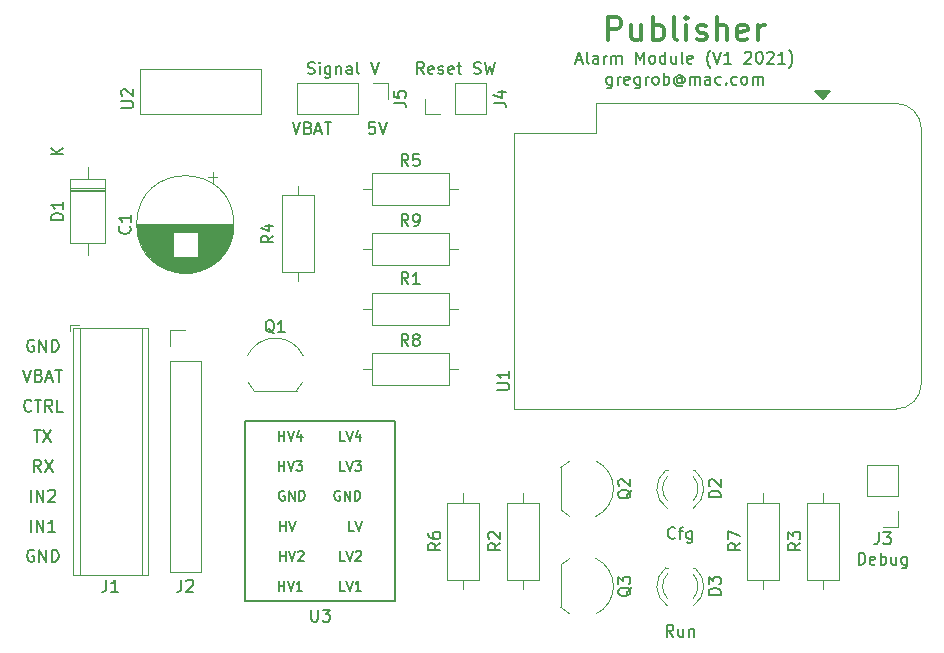
<source format=gto>
G04 #@! TF.GenerationSoftware,KiCad,Pcbnew,(5.1.9)-1*
G04 #@! TF.CreationDate,2021-05-17T23:34:26+10:00*
G04 #@! TF.ProjectId,publisher,7075626c-6973-4686-9572-2e6b69636164,rev?*
G04 #@! TF.SameCoordinates,Original*
G04 #@! TF.FileFunction,Legend,Top*
G04 #@! TF.FilePolarity,Positive*
%FSLAX46Y46*%
G04 Gerber Fmt 4.6, Leading zero omitted, Abs format (unit mm)*
G04 Created by KiCad (PCBNEW (5.1.9)-1) date 2021-05-17 23:34:26*
%MOMM*%
%LPD*%
G01*
G04 APERTURE LIST*
%ADD10C,0.150000*%
%ADD11C,0.300000*%
%ADD12C,0.120000*%
%ADD13C,0.127000*%
%ADD14C,0.152400*%
%ADD15O,1.600000X2.000000*%
%ADD16R,2.000000X2.000000*%
%ADD17O,1.600000X1.600000*%
%ADD18C,1.600000*%
%ADD19O,1.700000X1.700000*%
%ADD20R,1.700000X1.700000*%
%ADD21C,2.200000*%
%ADD22R,2.200000X2.200000*%
%ADD23C,6.400000*%
%ADD24R,1.600000X1.600000*%
%ADD25R,1.500000X1.500000*%
%ADD26C,1.500000*%
%ADD27C,1.800000*%
%ADD28R,1.800000X1.800000*%
%ADD29O,2.200000X2.200000*%
%ADD30C,2.082800*%
G04 APERTURE END LIST*
D10*
X141827619Y-60729761D02*
X141970476Y-60777380D01*
X142208571Y-60777380D01*
X142303809Y-60729761D01*
X142351428Y-60682142D01*
X142399047Y-60586904D01*
X142399047Y-60491666D01*
X142351428Y-60396428D01*
X142303809Y-60348809D01*
X142208571Y-60301190D01*
X142018095Y-60253571D01*
X141922857Y-60205952D01*
X141875238Y-60158333D01*
X141827619Y-60063095D01*
X141827619Y-59967857D01*
X141875238Y-59872619D01*
X141922857Y-59825000D01*
X142018095Y-59777380D01*
X142256190Y-59777380D01*
X142399047Y-59825000D01*
X142827619Y-60777380D02*
X142827619Y-60110714D01*
X142827619Y-59777380D02*
X142780000Y-59825000D01*
X142827619Y-59872619D01*
X142875238Y-59825000D01*
X142827619Y-59777380D01*
X142827619Y-59872619D01*
X143732380Y-60110714D02*
X143732380Y-60920238D01*
X143684761Y-61015476D01*
X143637142Y-61063095D01*
X143541904Y-61110714D01*
X143399047Y-61110714D01*
X143303809Y-61063095D01*
X143732380Y-60729761D02*
X143637142Y-60777380D01*
X143446666Y-60777380D01*
X143351428Y-60729761D01*
X143303809Y-60682142D01*
X143256190Y-60586904D01*
X143256190Y-60301190D01*
X143303809Y-60205952D01*
X143351428Y-60158333D01*
X143446666Y-60110714D01*
X143637142Y-60110714D01*
X143732380Y-60158333D01*
X144208571Y-60110714D02*
X144208571Y-60777380D01*
X144208571Y-60205952D02*
X144256190Y-60158333D01*
X144351428Y-60110714D01*
X144494285Y-60110714D01*
X144589523Y-60158333D01*
X144637142Y-60253571D01*
X144637142Y-60777380D01*
X145541904Y-60777380D02*
X145541904Y-60253571D01*
X145494285Y-60158333D01*
X145399047Y-60110714D01*
X145208571Y-60110714D01*
X145113333Y-60158333D01*
X145541904Y-60729761D02*
X145446666Y-60777380D01*
X145208571Y-60777380D01*
X145113333Y-60729761D01*
X145065714Y-60634523D01*
X145065714Y-60539285D01*
X145113333Y-60444047D01*
X145208571Y-60396428D01*
X145446666Y-60396428D01*
X145541904Y-60348809D01*
X146160952Y-60777380D02*
X146065714Y-60729761D01*
X146018095Y-60634523D01*
X146018095Y-59777380D01*
X147160952Y-59777380D02*
X147494285Y-60777380D01*
X147827619Y-59777380D01*
X118618095Y-101100000D02*
X118522857Y-101052380D01*
X118380000Y-101052380D01*
X118237142Y-101100000D01*
X118141904Y-101195238D01*
X118094285Y-101290476D01*
X118046666Y-101480952D01*
X118046666Y-101623809D01*
X118094285Y-101814285D01*
X118141904Y-101909523D01*
X118237142Y-102004761D01*
X118380000Y-102052380D01*
X118475238Y-102052380D01*
X118618095Y-102004761D01*
X118665714Y-101957142D01*
X118665714Y-101623809D01*
X118475238Y-101623809D01*
X119094285Y-102052380D02*
X119094285Y-101052380D01*
X119665714Y-102052380D01*
X119665714Y-101052380D01*
X120141904Y-102052380D02*
X120141904Y-101052380D01*
X120380000Y-101052380D01*
X120522857Y-101100000D01*
X120618095Y-101195238D01*
X120665714Y-101290476D01*
X120713333Y-101480952D01*
X120713333Y-101623809D01*
X120665714Y-101814285D01*
X120618095Y-101909523D01*
X120522857Y-102004761D01*
X120380000Y-102052380D01*
X120141904Y-102052380D01*
X118380000Y-96972380D02*
X118380000Y-95972380D01*
X118856190Y-96972380D02*
X118856190Y-95972380D01*
X119427619Y-96972380D01*
X119427619Y-95972380D01*
X119856190Y-96067619D02*
X119903809Y-96020000D01*
X119999047Y-95972380D01*
X120237142Y-95972380D01*
X120332380Y-96020000D01*
X120380000Y-96067619D01*
X120427619Y-96162857D01*
X120427619Y-96258095D01*
X120380000Y-96400952D01*
X119808571Y-96972380D01*
X120427619Y-96972380D01*
X118380000Y-99512380D02*
X118380000Y-98512380D01*
X118856190Y-99512380D02*
X118856190Y-98512380D01*
X119427619Y-99512380D01*
X119427619Y-98512380D01*
X120427619Y-99512380D02*
X119856190Y-99512380D01*
X120141904Y-99512380D02*
X120141904Y-98512380D01*
X120046666Y-98655238D01*
X119951428Y-98750476D01*
X119856190Y-98798095D01*
X118403809Y-89257142D02*
X118356190Y-89304761D01*
X118213333Y-89352380D01*
X118118095Y-89352380D01*
X117975238Y-89304761D01*
X117880000Y-89209523D01*
X117832380Y-89114285D01*
X117784761Y-88923809D01*
X117784761Y-88780952D01*
X117832380Y-88590476D01*
X117880000Y-88495238D01*
X117975238Y-88400000D01*
X118118095Y-88352380D01*
X118213333Y-88352380D01*
X118356190Y-88400000D01*
X118403809Y-88447619D01*
X118689523Y-88352380D02*
X119260952Y-88352380D01*
X118975238Y-89352380D02*
X118975238Y-88352380D01*
X120165714Y-89352380D02*
X119832380Y-88876190D01*
X119594285Y-89352380D02*
X119594285Y-88352380D01*
X119975238Y-88352380D01*
X120070476Y-88400000D01*
X120118095Y-88447619D01*
X120165714Y-88542857D01*
X120165714Y-88685714D01*
X120118095Y-88780952D01*
X120070476Y-88828571D01*
X119975238Y-88876190D01*
X119594285Y-88876190D01*
X121070476Y-89352380D02*
X120594285Y-89352380D01*
X120594285Y-88352380D01*
X118618095Y-90892380D02*
X119189523Y-90892380D01*
X118903809Y-91892380D02*
X118903809Y-90892380D01*
X119427619Y-90892380D02*
X120094285Y-91892380D01*
X120094285Y-90892380D02*
X119427619Y-91892380D01*
X119213333Y-94432380D02*
X118880000Y-93956190D01*
X118641904Y-94432380D02*
X118641904Y-93432380D01*
X119022857Y-93432380D01*
X119118095Y-93480000D01*
X119165714Y-93527619D01*
X119213333Y-93622857D01*
X119213333Y-93765714D01*
X119165714Y-93860952D01*
X119118095Y-93908571D01*
X119022857Y-93956190D01*
X118641904Y-93956190D01*
X119546666Y-93432380D02*
X120213333Y-94432380D01*
X120213333Y-93432380D02*
X119546666Y-94432380D01*
X118618095Y-83320000D02*
X118522857Y-83272380D01*
X118380000Y-83272380D01*
X118237142Y-83320000D01*
X118141904Y-83415238D01*
X118094285Y-83510476D01*
X118046666Y-83700952D01*
X118046666Y-83843809D01*
X118094285Y-84034285D01*
X118141904Y-84129523D01*
X118237142Y-84224761D01*
X118380000Y-84272380D01*
X118475238Y-84272380D01*
X118618095Y-84224761D01*
X118665714Y-84177142D01*
X118665714Y-83843809D01*
X118475238Y-83843809D01*
X119094285Y-84272380D02*
X119094285Y-83272380D01*
X119665714Y-84272380D01*
X119665714Y-83272380D01*
X120141904Y-84272380D02*
X120141904Y-83272380D01*
X120380000Y-83272380D01*
X120522857Y-83320000D01*
X120618095Y-83415238D01*
X120665714Y-83510476D01*
X120713333Y-83700952D01*
X120713333Y-83843809D01*
X120665714Y-84034285D01*
X120618095Y-84129523D01*
X120522857Y-84224761D01*
X120380000Y-84272380D01*
X120141904Y-84272380D01*
X117737142Y-85812380D02*
X118070476Y-86812380D01*
X118403809Y-85812380D01*
X119070476Y-86288571D02*
X119213333Y-86336190D01*
X119260952Y-86383809D01*
X119308571Y-86479047D01*
X119308571Y-86621904D01*
X119260952Y-86717142D01*
X119213333Y-86764761D01*
X119118095Y-86812380D01*
X118737142Y-86812380D01*
X118737142Y-85812380D01*
X119070476Y-85812380D01*
X119165714Y-85860000D01*
X119213333Y-85907619D01*
X119260952Y-86002857D01*
X119260952Y-86098095D01*
X119213333Y-86193333D01*
X119165714Y-86240952D01*
X119070476Y-86288571D01*
X118737142Y-86288571D01*
X119689523Y-86526666D02*
X120165714Y-86526666D01*
X119594285Y-86812380D02*
X119927619Y-85812380D01*
X120260952Y-86812380D01*
X120451428Y-85812380D02*
X121022857Y-85812380D01*
X120737142Y-86812380D02*
X120737142Y-85812380D01*
X151638333Y-60777380D02*
X151305000Y-60301190D01*
X151066904Y-60777380D02*
X151066904Y-59777380D01*
X151447857Y-59777380D01*
X151543095Y-59825000D01*
X151590714Y-59872619D01*
X151638333Y-59967857D01*
X151638333Y-60110714D01*
X151590714Y-60205952D01*
X151543095Y-60253571D01*
X151447857Y-60301190D01*
X151066904Y-60301190D01*
X152447857Y-60729761D02*
X152352619Y-60777380D01*
X152162142Y-60777380D01*
X152066904Y-60729761D01*
X152019285Y-60634523D01*
X152019285Y-60253571D01*
X152066904Y-60158333D01*
X152162142Y-60110714D01*
X152352619Y-60110714D01*
X152447857Y-60158333D01*
X152495476Y-60253571D01*
X152495476Y-60348809D01*
X152019285Y-60444047D01*
X152876428Y-60729761D02*
X152971666Y-60777380D01*
X153162142Y-60777380D01*
X153257380Y-60729761D01*
X153305000Y-60634523D01*
X153305000Y-60586904D01*
X153257380Y-60491666D01*
X153162142Y-60444047D01*
X153019285Y-60444047D01*
X152924047Y-60396428D01*
X152876428Y-60301190D01*
X152876428Y-60253571D01*
X152924047Y-60158333D01*
X153019285Y-60110714D01*
X153162142Y-60110714D01*
X153257380Y-60158333D01*
X154114523Y-60729761D02*
X154019285Y-60777380D01*
X153828809Y-60777380D01*
X153733571Y-60729761D01*
X153685952Y-60634523D01*
X153685952Y-60253571D01*
X153733571Y-60158333D01*
X153828809Y-60110714D01*
X154019285Y-60110714D01*
X154114523Y-60158333D01*
X154162142Y-60253571D01*
X154162142Y-60348809D01*
X153685952Y-60444047D01*
X154447857Y-60110714D02*
X154828809Y-60110714D01*
X154590714Y-59777380D02*
X154590714Y-60634523D01*
X154638333Y-60729761D01*
X154733571Y-60777380D01*
X154828809Y-60777380D01*
X155876428Y-60729761D02*
X156019285Y-60777380D01*
X156257380Y-60777380D01*
X156352619Y-60729761D01*
X156400238Y-60682142D01*
X156447857Y-60586904D01*
X156447857Y-60491666D01*
X156400238Y-60396428D01*
X156352619Y-60348809D01*
X156257380Y-60301190D01*
X156066904Y-60253571D01*
X155971666Y-60205952D01*
X155924047Y-60158333D01*
X155876428Y-60063095D01*
X155876428Y-59967857D01*
X155924047Y-59872619D01*
X155971666Y-59825000D01*
X156066904Y-59777380D01*
X156305000Y-59777380D01*
X156447857Y-59825000D01*
X156781190Y-59777380D02*
X157019285Y-60777380D01*
X157209761Y-60063095D01*
X157400238Y-60777380D01*
X157638333Y-59777380D01*
X164569333Y-59602666D02*
X165045523Y-59602666D01*
X164474095Y-59888380D02*
X164807428Y-58888380D01*
X165140761Y-59888380D01*
X165616952Y-59888380D02*
X165521714Y-59840761D01*
X165474095Y-59745523D01*
X165474095Y-58888380D01*
X166426476Y-59888380D02*
X166426476Y-59364571D01*
X166378857Y-59269333D01*
X166283619Y-59221714D01*
X166093142Y-59221714D01*
X165997904Y-59269333D01*
X166426476Y-59840761D02*
X166331238Y-59888380D01*
X166093142Y-59888380D01*
X165997904Y-59840761D01*
X165950285Y-59745523D01*
X165950285Y-59650285D01*
X165997904Y-59555047D01*
X166093142Y-59507428D01*
X166331238Y-59507428D01*
X166426476Y-59459809D01*
X166902666Y-59888380D02*
X166902666Y-59221714D01*
X166902666Y-59412190D02*
X166950285Y-59316952D01*
X166997904Y-59269333D01*
X167093142Y-59221714D01*
X167188380Y-59221714D01*
X167521714Y-59888380D02*
X167521714Y-59221714D01*
X167521714Y-59316952D02*
X167569333Y-59269333D01*
X167664571Y-59221714D01*
X167807428Y-59221714D01*
X167902666Y-59269333D01*
X167950285Y-59364571D01*
X167950285Y-59888380D01*
X167950285Y-59364571D02*
X167997904Y-59269333D01*
X168093142Y-59221714D01*
X168236000Y-59221714D01*
X168331238Y-59269333D01*
X168378857Y-59364571D01*
X168378857Y-59888380D01*
X169616952Y-59888380D02*
X169616952Y-58888380D01*
X169950285Y-59602666D01*
X170283619Y-58888380D01*
X170283619Y-59888380D01*
X170902666Y-59888380D02*
X170807428Y-59840761D01*
X170759809Y-59793142D01*
X170712190Y-59697904D01*
X170712190Y-59412190D01*
X170759809Y-59316952D01*
X170807428Y-59269333D01*
X170902666Y-59221714D01*
X171045523Y-59221714D01*
X171140761Y-59269333D01*
X171188380Y-59316952D01*
X171236000Y-59412190D01*
X171236000Y-59697904D01*
X171188380Y-59793142D01*
X171140761Y-59840761D01*
X171045523Y-59888380D01*
X170902666Y-59888380D01*
X172093142Y-59888380D02*
X172093142Y-58888380D01*
X172093142Y-59840761D02*
X171997904Y-59888380D01*
X171807428Y-59888380D01*
X171712190Y-59840761D01*
X171664571Y-59793142D01*
X171616952Y-59697904D01*
X171616952Y-59412190D01*
X171664571Y-59316952D01*
X171712190Y-59269333D01*
X171807428Y-59221714D01*
X171997904Y-59221714D01*
X172093142Y-59269333D01*
X172997904Y-59221714D02*
X172997904Y-59888380D01*
X172569333Y-59221714D02*
X172569333Y-59745523D01*
X172616952Y-59840761D01*
X172712190Y-59888380D01*
X172855047Y-59888380D01*
X172950285Y-59840761D01*
X172997904Y-59793142D01*
X173616952Y-59888380D02*
X173521714Y-59840761D01*
X173474095Y-59745523D01*
X173474095Y-58888380D01*
X174378857Y-59840761D02*
X174283619Y-59888380D01*
X174093142Y-59888380D01*
X173997904Y-59840761D01*
X173950285Y-59745523D01*
X173950285Y-59364571D01*
X173997904Y-59269333D01*
X174093142Y-59221714D01*
X174283619Y-59221714D01*
X174378857Y-59269333D01*
X174426476Y-59364571D01*
X174426476Y-59459809D01*
X173950285Y-59555047D01*
X175902666Y-60269333D02*
X175855047Y-60221714D01*
X175759809Y-60078857D01*
X175712190Y-59983619D01*
X175664571Y-59840761D01*
X175616952Y-59602666D01*
X175616952Y-59412190D01*
X175664571Y-59174095D01*
X175712190Y-59031238D01*
X175759809Y-58936000D01*
X175855047Y-58793142D01*
X175902666Y-58745523D01*
X176140761Y-58888380D02*
X176474095Y-59888380D01*
X176807428Y-58888380D01*
X177664571Y-59888380D02*
X177093142Y-59888380D01*
X177378857Y-59888380D02*
X177378857Y-58888380D01*
X177283619Y-59031238D01*
X177188380Y-59126476D01*
X177093142Y-59174095D01*
X178807428Y-58983619D02*
X178855047Y-58936000D01*
X178950285Y-58888380D01*
X179188380Y-58888380D01*
X179283619Y-58936000D01*
X179331238Y-58983619D01*
X179378857Y-59078857D01*
X179378857Y-59174095D01*
X179331238Y-59316952D01*
X178759809Y-59888380D01*
X179378857Y-59888380D01*
X179997904Y-58888380D02*
X180093142Y-58888380D01*
X180188380Y-58936000D01*
X180236000Y-58983619D01*
X180283619Y-59078857D01*
X180331238Y-59269333D01*
X180331238Y-59507428D01*
X180283619Y-59697904D01*
X180236000Y-59793142D01*
X180188380Y-59840761D01*
X180093142Y-59888380D01*
X179997904Y-59888380D01*
X179902666Y-59840761D01*
X179855047Y-59793142D01*
X179807428Y-59697904D01*
X179759809Y-59507428D01*
X179759809Y-59269333D01*
X179807428Y-59078857D01*
X179855047Y-58983619D01*
X179902666Y-58936000D01*
X179997904Y-58888380D01*
X180712190Y-58983619D02*
X180759809Y-58936000D01*
X180855047Y-58888380D01*
X181093142Y-58888380D01*
X181188380Y-58936000D01*
X181236000Y-58983619D01*
X181283619Y-59078857D01*
X181283619Y-59174095D01*
X181236000Y-59316952D01*
X180664571Y-59888380D01*
X181283619Y-59888380D01*
X182236000Y-59888380D02*
X181664571Y-59888380D01*
X181950285Y-59888380D02*
X181950285Y-58888380D01*
X181855047Y-59031238D01*
X181759809Y-59126476D01*
X181664571Y-59174095D01*
X182569333Y-60269333D02*
X182616952Y-60221714D01*
X182712190Y-60078857D01*
X182759809Y-59983619D01*
X182807428Y-59840761D01*
X182855047Y-59602666D01*
X182855047Y-59412190D01*
X182807428Y-59174095D01*
X182759809Y-59031238D01*
X182712190Y-58936000D01*
X182616952Y-58793142D01*
X182569333Y-58745523D01*
X188452380Y-102306380D02*
X188452380Y-101306380D01*
X188690476Y-101306380D01*
X188833333Y-101354000D01*
X188928571Y-101449238D01*
X188976190Y-101544476D01*
X189023809Y-101734952D01*
X189023809Y-101877809D01*
X188976190Y-102068285D01*
X188928571Y-102163523D01*
X188833333Y-102258761D01*
X188690476Y-102306380D01*
X188452380Y-102306380D01*
X189833333Y-102258761D02*
X189738095Y-102306380D01*
X189547619Y-102306380D01*
X189452380Y-102258761D01*
X189404761Y-102163523D01*
X189404761Y-101782571D01*
X189452380Y-101687333D01*
X189547619Y-101639714D01*
X189738095Y-101639714D01*
X189833333Y-101687333D01*
X189880952Y-101782571D01*
X189880952Y-101877809D01*
X189404761Y-101973047D01*
X190309523Y-102306380D02*
X190309523Y-101306380D01*
X190309523Y-101687333D02*
X190404761Y-101639714D01*
X190595238Y-101639714D01*
X190690476Y-101687333D01*
X190738095Y-101734952D01*
X190785714Y-101830190D01*
X190785714Y-102115904D01*
X190738095Y-102211142D01*
X190690476Y-102258761D01*
X190595238Y-102306380D01*
X190404761Y-102306380D01*
X190309523Y-102258761D01*
X191642857Y-101639714D02*
X191642857Y-102306380D01*
X191214285Y-101639714D02*
X191214285Y-102163523D01*
X191261904Y-102258761D01*
X191357142Y-102306380D01*
X191500000Y-102306380D01*
X191595238Y-102258761D01*
X191642857Y-102211142D01*
X192547619Y-101639714D02*
X192547619Y-102449238D01*
X192500000Y-102544476D01*
X192452380Y-102592095D01*
X192357142Y-102639714D01*
X192214285Y-102639714D01*
X192119047Y-102592095D01*
X192547619Y-102258761D02*
X192452380Y-102306380D01*
X192261904Y-102306380D01*
X192166666Y-102258761D01*
X192119047Y-102211142D01*
X192071428Y-102115904D01*
X192071428Y-101830190D01*
X192119047Y-101734952D01*
X192166666Y-101687333D01*
X192261904Y-101639714D01*
X192452380Y-101639714D01*
X192547619Y-101687333D01*
X172759761Y-108402380D02*
X172426428Y-107926190D01*
X172188333Y-108402380D02*
X172188333Y-107402380D01*
X172569285Y-107402380D01*
X172664523Y-107450000D01*
X172712142Y-107497619D01*
X172759761Y-107592857D01*
X172759761Y-107735714D01*
X172712142Y-107830952D01*
X172664523Y-107878571D01*
X172569285Y-107926190D01*
X172188333Y-107926190D01*
X173616904Y-107735714D02*
X173616904Y-108402380D01*
X173188333Y-107735714D02*
X173188333Y-108259523D01*
X173235952Y-108354761D01*
X173331190Y-108402380D01*
X173474047Y-108402380D01*
X173569285Y-108354761D01*
X173616904Y-108307142D01*
X174093095Y-107735714D02*
X174093095Y-108402380D01*
X174093095Y-107830952D02*
X174140714Y-107783333D01*
X174235952Y-107735714D01*
X174378809Y-107735714D01*
X174474047Y-107783333D01*
X174521666Y-107878571D01*
X174521666Y-108402380D01*
X172926428Y-100052142D02*
X172878809Y-100099761D01*
X172735952Y-100147380D01*
X172640714Y-100147380D01*
X172497857Y-100099761D01*
X172402619Y-100004523D01*
X172355000Y-99909285D01*
X172307380Y-99718809D01*
X172307380Y-99575952D01*
X172355000Y-99385476D01*
X172402619Y-99290238D01*
X172497857Y-99195000D01*
X172640714Y-99147380D01*
X172735952Y-99147380D01*
X172878809Y-99195000D01*
X172926428Y-99242619D01*
X173212142Y-99480714D02*
X173593095Y-99480714D01*
X173355000Y-100147380D02*
X173355000Y-99290238D01*
X173402619Y-99195000D01*
X173497857Y-99147380D01*
X173593095Y-99147380D01*
X174355000Y-99480714D02*
X174355000Y-100290238D01*
X174307380Y-100385476D01*
X174259761Y-100433095D01*
X174164523Y-100480714D01*
X174021666Y-100480714D01*
X173926428Y-100433095D01*
X174355000Y-100099761D02*
X174259761Y-100147380D01*
X174069285Y-100147380D01*
X173974047Y-100099761D01*
X173926428Y-100052142D01*
X173878809Y-99956904D01*
X173878809Y-99671190D01*
X173926428Y-99575952D01*
X173974047Y-99528333D01*
X174069285Y-99480714D01*
X174259761Y-99480714D01*
X174355000Y-99528333D01*
X167569333Y-60999714D02*
X167569333Y-61809238D01*
X167521714Y-61904476D01*
X167474095Y-61952095D01*
X167378857Y-61999714D01*
X167236000Y-61999714D01*
X167140761Y-61952095D01*
X167569333Y-61618761D02*
X167474095Y-61666380D01*
X167283619Y-61666380D01*
X167188380Y-61618761D01*
X167140761Y-61571142D01*
X167093142Y-61475904D01*
X167093142Y-61190190D01*
X167140761Y-61094952D01*
X167188380Y-61047333D01*
X167283619Y-60999714D01*
X167474095Y-60999714D01*
X167569333Y-61047333D01*
X168045523Y-61666380D02*
X168045523Y-60999714D01*
X168045523Y-61190190D02*
X168093142Y-61094952D01*
X168140761Y-61047333D01*
X168236000Y-60999714D01*
X168331238Y-60999714D01*
X169045523Y-61618761D02*
X168950285Y-61666380D01*
X168759809Y-61666380D01*
X168664571Y-61618761D01*
X168616952Y-61523523D01*
X168616952Y-61142571D01*
X168664571Y-61047333D01*
X168759809Y-60999714D01*
X168950285Y-60999714D01*
X169045523Y-61047333D01*
X169093142Y-61142571D01*
X169093142Y-61237809D01*
X168616952Y-61333047D01*
X169950285Y-60999714D02*
X169950285Y-61809238D01*
X169902666Y-61904476D01*
X169855047Y-61952095D01*
X169759809Y-61999714D01*
X169616952Y-61999714D01*
X169521714Y-61952095D01*
X169950285Y-61618761D02*
X169855047Y-61666380D01*
X169664571Y-61666380D01*
X169569333Y-61618761D01*
X169521714Y-61571142D01*
X169474095Y-61475904D01*
X169474095Y-61190190D01*
X169521714Y-61094952D01*
X169569333Y-61047333D01*
X169664571Y-60999714D01*
X169855047Y-60999714D01*
X169950285Y-61047333D01*
X170426476Y-61666380D02*
X170426476Y-60999714D01*
X170426476Y-61190190D02*
X170474095Y-61094952D01*
X170521714Y-61047333D01*
X170616952Y-60999714D01*
X170712190Y-60999714D01*
X171188380Y-61666380D02*
X171093142Y-61618761D01*
X171045523Y-61571142D01*
X170997904Y-61475904D01*
X170997904Y-61190190D01*
X171045523Y-61094952D01*
X171093142Y-61047333D01*
X171188380Y-60999714D01*
X171331238Y-60999714D01*
X171426476Y-61047333D01*
X171474095Y-61094952D01*
X171521714Y-61190190D01*
X171521714Y-61475904D01*
X171474095Y-61571142D01*
X171426476Y-61618761D01*
X171331238Y-61666380D01*
X171188380Y-61666380D01*
X171950285Y-61666380D02*
X171950285Y-60666380D01*
X171950285Y-61047333D02*
X172045523Y-60999714D01*
X172236000Y-60999714D01*
X172331238Y-61047333D01*
X172378857Y-61094952D01*
X172426476Y-61190190D01*
X172426476Y-61475904D01*
X172378857Y-61571142D01*
X172331238Y-61618761D01*
X172236000Y-61666380D01*
X172045523Y-61666380D01*
X171950285Y-61618761D01*
X173474095Y-61190190D02*
X173426476Y-61142571D01*
X173331238Y-61094952D01*
X173236000Y-61094952D01*
X173140761Y-61142571D01*
X173093142Y-61190190D01*
X173045523Y-61285428D01*
X173045523Y-61380666D01*
X173093142Y-61475904D01*
X173140761Y-61523523D01*
X173236000Y-61571142D01*
X173331238Y-61571142D01*
X173426476Y-61523523D01*
X173474095Y-61475904D01*
X173474095Y-61094952D02*
X173474095Y-61475904D01*
X173521714Y-61523523D01*
X173569333Y-61523523D01*
X173664571Y-61475904D01*
X173712190Y-61380666D01*
X173712190Y-61142571D01*
X173616952Y-60999714D01*
X173474095Y-60904476D01*
X173283619Y-60856857D01*
X173093142Y-60904476D01*
X172950285Y-60999714D01*
X172855047Y-61142571D01*
X172807428Y-61333047D01*
X172855047Y-61523523D01*
X172950285Y-61666380D01*
X173093142Y-61761619D01*
X173283619Y-61809238D01*
X173474095Y-61761619D01*
X173616952Y-61666380D01*
X174140761Y-61666380D02*
X174140761Y-60999714D01*
X174140761Y-61094952D02*
X174188380Y-61047333D01*
X174283619Y-60999714D01*
X174426476Y-60999714D01*
X174521714Y-61047333D01*
X174569333Y-61142571D01*
X174569333Y-61666380D01*
X174569333Y-61142571D02*
X174616952Y-61047333D01*
X174712190Y-60999714D01*
X174855047Y-60999714D01*
X174950285Y-61047333D01*
X174997904Y-61142571D01*
X174997904Y-61666380D01*
X175902666Y-61666380D02*
X175902666Y-61142571D01*
X175855047Y-61047333D01*
X175759809Y-60999714D01*
X175569333Y-60999714D01*
X175474095Y-61047333D01*
X175902666Y-61618761D02*
X175807428Y-61666380D01*
X175569333Y-61666380D01*
X175474095Y-61618761D01*
X175426476Y-61523523D01*
X175426476Y-61428285D01*
X175474095Y-61333047D01*
X175569333Y-61285428D01*
X175807428Y-61285428D01*
X175902666Y-61237809D01*
X176807428Y-61618761D02*
X176712190Y-61666380D01*
X176521714Y-61666380D01*
X176426476Y-61618761D01*
X176378857Y-61571142D01*
X176331238Y-61475904D01*
X176331238Y-61190190D01*
X176378857Y-61094952D01*
X176426476Y-61047333D01*
X176521714Y-60999714D01*
X176712190Y-60999714D01*
X176807428Y-61047333D01*
X177236000Y-61571142D02*
X177283619Y-61618761D01*
X177236000Y-61666380D01*
X177188380Y-61618761D01*
X177236000Y-61571142D01*
X177236000Y-61666380D01*
X178140761Y-61618761D02*
X178045523Y-61666380D01*
X177855047Y-61666380D01*
X177759809Y-61618761D01*
X177712190Y-61571142D01*
X177664571Y-61475904D01*
X177664571Y-61190190D01*
X177712190Y-61094952D01*
X177759809Y-61047333D01*
X177855047Y-60999714D01*
X178045523Y-60999714D01*
X178140761Y-61047333D01*
X178712190Y-61666380D02*
X178616952Y-61618761D01*
X178569333Y-61571142D01*
X178521714Y-61475904D01*
X178521714Y-61190190D01*
X178569333Y-61094952D01*
X178616952Y-61047333D01*
X178712190Y-60999714D01*
X178855047Y-60999714D01*
X178950285Y-61047333D01*
X178997904Y-61094952D01*
X179045523Y-61190190D01*
X179045523Y-61475904D01*
X178997904Y-61571142D01*
X178950285Y-61618761D01*
X178855047Y-61666380D01*
X178712190Y-61666380D01*
X179474095Y-61666380D02*
X179474095Y-60999714D01*
X179474095Y-61094952D02*
X179521714Y-61047333D01*
X179616952Y-60999714D01*
X179759809Y-60999714D01*
X179855047Y-61047333D01*
X179902666Y-61142571D01*
X179902666Y-61666380D01*
X179902666Y-61142571D02*
X179950285Y-61047333D01*
X180045523Y-60999714D01*
X180188380Y-60999714D01*
X180283619Y-61047333D01*
X180331238Y-61142571D01*
X180331238Y-61666380D01*
X140527738Y-64857380D02*
X140861071Y-65857380D01*
X141194404Y-64857380D01*
X141861071Y-65333571D02*
X142003928Y-65381190D01*
X142051547Y-65428809D01*
X142099166Y-65524047D01*
X142099166Y-65666904D01*
X142051547Y-65762142D01*
X142003928Y-65809761D01*
X141908690Y-65857380D01*
X141527738Y-65857380D01*
X141527738Y-64857380D01*
X141861071Y-64857380D01*
X141956309Y-64905000D01*
X142003928Y-64952619D01*
X142051547Y-65047857D01*
X142051547Y-65143095D01*
X142003928Y-65238333D01*
X141956309Y-65285952D01*
X141861071Y-65333571D01*
X141527738Y-65333571D01*
X142480119Y-65571666D02*
X142956309Y-65571666D01*
X142384880Y-65857380D02*
X142718214Y-64857380D01*
X143051547Y-65857380D01*
X143242023Y-64857380D02*
X143813452Y-64857380D01*
X143527738Y-65857380D02*
X143527738Y-64857380D01*
X147496785Y-64857380D02*
X147020595Y-64857380D01*
X146972976Y-65333571D01*
X147020595Y-65285952D01*
X147115833Y-65238333D01*
X147353928Y-65238333D01*
X147449166Y-65285952D01*
X147496785Y-65333571D01*
X147544404Y-65428809D01*
X147544404Y-65666904D01*
X147496785Y-65762142D01*
X147449166Y-65809761D01*
X147353928Y-65857380D01*
X147115833Y-65857380D01*
X147020595Y-65809761D01*
X146972976Y-65762142D01*
X147830119Y-64857380D02*
X148163452Y-65857380D01*
X148496785Y-64857380D01*
D11*
X167212190Y-57927761D02*
X167212190Y-55927761D01*
X167974095Y-55927761D01*
X168164571Y-56023000D01*
X168259809Y-56118238D01*
X168355047Y-56308714D01*
X168355047Y-56594428D01*
X168259809Y-56784904D01*
X168164571Y-56880142D01*
X167974095Y-56975380D01*
X167212190Y-56975380D01*
X170069333Y-56594428D02*
X170069333Y-57927761D01*
X169212190Y-56594428D02*
X169212190Y-57642047D01*
X169307428Y-57832523D01*
X169497904Y-57927761D01*
X169783619Y-57927761D01*
X169974095Y-57832523D01*
X170069333Y-57737285D01*
X171021714Y-57927761D02*
X171021714Y-55927761D01*
X171021714Y-56689666D02*
X171212190Y-56594428D01*
X171593142Y-56594428D01*
X171783619Y-56689666D01*
X171878857Y-56784904D01*
X171974095Y-56975380D01*
X171974095Y-57546809D01*
X171878857Y-57737285D01*
X171783619Y-57832523D01*
X171593142Y-57927761D01*
X171212190Y-57927761D01*
X171021714Y-57832523D01*
X173116952Y-57927761D02*
X172926476Y-57832523D01*
X172831238Y-57642047D01*
X172831238Y-55927761D01*
X173878857Y-57927761D02*
X173878857Y-56594428D01*
X173878857Y-55927761D02*
X173783619Y-56023000D01*
X173878857Y-56118238D01*
X173974095Y-56023000D01*
X173878857Y-55927761D01*
X173878857Y-56118238D01*
X174736000Y-57832523D02*
X174926476Y-57927761D01*
X175307428Y-57927761D01*
X175497904Y-57832523D01*
X175593142Y-57642047D01*
X175593142Y-57546809D01*
X175497904Y-57356333D01*
X175307428Y-57261095D01*
X175021714Y-57261095D01*
X174831238Y-57165857D01*
X174736000Y-56975380D01*
X174736000Y-56880142D01*
X174831238Y-56689666D01*
X175021714Y-56594428D01*
X175307428Y-56594428D01*
X175497904Y-56689666D01*
X176450285Y-57927761D02*
X176450285Y-55927761D01*
X177307428Y-57927761D02*
X177307428Y-56880142D01*
X177212190Y-56689666D01*
X177021714Y-56594428D01*
X176736000Y-56594428D01*
X176545523Y-56689666D01*
X176450285Y-56784904D01*
X179021714Y-57832523D02*
X178831238Y-57927761D01*
X178450285Y-57927761D01*
X178259809Y-57832523D01*
X178164571Y-57642047D01*
X178164571Y-56880142D01*
X178259809Y-56689666D01*
X178450285Y-56594428D01*
X178831238Y-56594428D01*
X179021714Y-56689666D01*
X179116952Y-56880142D01*
X179116952Y-57070619D01*
X178164571Y-57261095D01*
X179974095Y-57927761D02*
X179974095Y-56594428D01*
X179974095Y-56975380D02*
X180069333Y-56784904D01*
X180164571Y-56689666D01*
X180355047Y-56594428D01*
X180545523Y-56594428D01*
D12*
X166200000Y-65810000D02*
X159300000Y-65810000D01*
X166200000Y-63270000D02*
X166200000Y-65810000D01*
D10*
G36*
X186055000Y-62230000D02*
G01*
X184785000Y-62230000D01*
X185420000Y-62865000D01*
X186055000Y-62230000D01*
G37*
X186055000Y-62230000D02*
X184785000Y-62230000D01*
X185420000Y-62865000D01*
X186055000Y-62230000D01*
D12*
X193760000Y-87010000D02*
X193760000Y-65400000D01*
X159300000Y-89130000D02*
X191630000Y-89130000D01*
X166200000Y-63270000D02*
X191630000Y-63270000D01*
X159300000Y-65810000D02*
X159300000Y-89130000D01*
X191630000Y-63270000D02*
G75*
G02*
X193760000Y-65400000I0J-2130000D01*
G01*
X193760000Y-87000000D02*
G75*
G02*
X191630000Y-89130000I-2130000J0D01*
G01*
X147225000Y-74195000D02*
X147225000Y-76935000D01*
X147225000Y-76935000D02*
X153765000Y-76935000D01*
X153765000Y-76935000D02*
X153765000Y-74195000D01*
X153765000Y-74195000D02*
X147225000Y-74195000D01*
X146455000Y-75565000D02*
X147225000Y-75565000D01*
X154535000Y-75565000D02*
X153765000Y-75565000D01*
X147225000Y-84355000D02*
X147225000Y-87095000D01*
X147225000Y-87095000D02*
X153765000Y-87095000D01*
X153765000Y-87095000D02*
X153765000Y-84355000D01*
X153765000Y-84355000D02*
X147225000Y-84355000D01*
X146455000Y-85725000D02*
X147225000Y-85725000D01*
X154535000Y-85725000D02*
X153765000Y-85725000D01*
X130115000Y-102930000D02*
X132775000Y-102930000D01*
X130115000Y-85090000D02*
X130115000Y-102930000D01*
X132775000Y-85090000D02*
X132775000Y-102930000D01*
X130115000Y-85090000D02*
X132775000Y-85090000D01*
X130115000Y-83820000D02*
X130115000Y-82490000D01*
X130115000Y-82490000D02*
X131445000Y-82490000D01*
X156905000Y-64195000D02*
X156905000Y-61535000D01*
X154305000Y-64195000D02*
X156905000Y-64195000D01*
X154305000Y-61535000D02*
X156905000Y-61535000D01*
X154305000Y-64195000D02*
X154305000Y-61535000D01*
X153035000Y-64195000D02*
X151705000Y-64195000D01*
X151705000Y-64195000D02*
X151705000Y-62865000D01*
X191830000Y-93920000D02*
X189170000Y-93920000D01*
X191830000Y-96520000D02*
X191830000Y-93920000D01*
X189170000Y-96520000D02*
X189170000Y-93920000D01*
X191830000Y-96520000D02*
X189170000Y-96520000D01*
X191830000Y-97790000D02*
X191830000Y-99120000D01*
X191830000Y-99120000D02*
X190500000Y-99120000D01*
X122495000Y-82260000D02*
X122495000Y-103161000D01*
X127795000Y-82260000D02*
X127795000Y-103161000D01*
X128255000Y-82260000D02*
X128255000Y-103161000D01*
X121935000Y-82260000D02*
X121935000Y-103161000D01*
X128255000Y-82260000D02*
X121935000Y-82260000D01*
X128255000Y-103161000D02*
X121935000Y-103161000D01*
X122435000Y-82020000D02*
X121695000Y-82020000D01*
X121695000Y-82020000D02*
X121695000Y-82520000D01*
X140970000Y-78335000D02*
X140970000Y-77565000D01*
X140970000Y-70255000D02*
X140970000Y-71025000D01*
X142340000Y-77565000D02*
X142340000Y-71025000D01*
X139600000Y-77565000D02*
X142340000Y-77565000D01*
X139600000Y-71025000D02*
X139600000Y-77565000D01*
X142340000Y-71025000D02*
X139600000Y-71025000D01*
X134160000Y-69495302D02*
X133360000Y-69495302D01*
X133760000Y-69095302D02*
X133760000Y-69895302D01*
X131978000Y-77586000D02*
X130912000Y-77586000D01*
X132213000Y-77546000D02*
X130677000Y-77546000D01*
X132393000Y-77506000D02*
X130497000Y-77506000D01*
X132543000Y-77466000D02*
X130347000Y-77466000D01*
X132674000Y-77426000D02*
X130216000Y-77426000D01*
X132791000Y-77386000D02*
X130099000Y-77386000D01*
X132898000Y-77346000D02*
X129992000Y-77346000D01*
X132997000Y-77306000D02*
X129893000Y-77306000D01*
X133090000Y-77266000D02*
X129800000Y-77266000D01*
X133176000Y-77226000D02*
X129714000Y-77226000D01*
X133258000Y-77186000D02*
X129632000Y-77186000D01*
X133335000Y-77146000D02*
X129555000Y-77146000D01*
X133409000Y-77106000D02*
X129481000Y-77106000D01*
X133479000Y-77066000D02*
X129411000Y-77066000D01*
X133547000Y-77026000D02*
X129343000Y-77026000D01*
X133611000Y-76986000D02*
X129279000Y-76986000D01*
X133673000Y-76946000D02*
X129217000Y-76946000D01*
X133732000Y-76906000D02*
X129158000Y-76906000D01*
X133790000Y-76866000D02*
X129100000Y-76866000D01*
X133845000Y-76826000D02*
X129045000Y-76826000D01*
X133899000Y-76786000D02*
X128991000Y-76786000D01*
X133950000Y-76746000D02*
X128940000Y-76746000D01*
X134001000Y-76706000D02*
X128889000Y-76706000D01*
X134049000Y-76666000D02*
X128841000Y-76666000D01*
X134096000Y-76626000D02*
X128794000Y-76626000D01*
X134142000Y-76586000D02*
X128748000Y-76586000D01*
X134186000Y-76546000D02*
X128704000Y-76546000D01*
X134229000Y-76506000D02*
X128661000Y-76506000D01*
X134271000Y-76466000D02*
X128619000Y-76466000D01*
X134312000Y-76426000D02*
X128578000Y-76426000D01*
X134352000Y-76386000D02*
X128538000Y-76386000D01*
X134390000Y-76346000D02*
X128500000Y-76346000D01*
X134428000Y-76306000D02*
X128462000Y-76306000D01*
X130405000Y-76266000D02*
X128426000Y-76266000D01*
X134464000Y-76266000D02*
X132485000Y-76266000D01*
X130405000Y-76226000D02*
X128390000Y-76226000D01*
X134500000Y-76226000D02*
X132485000Y-76226000D01*
X130405000Y-76186000D02*
X128355000Y-76186000D01*
X134535000Y-76186000D02*
X132485000Y-76186000D01*
X130405000Y-76146000D02*
X128321000Y-76146000D01*
X134569000Y-76146000D02*
X132485000Y-76146000D01*
X130405000Y-76106000D02*
X128289000Y-76106000D01*
X134601000Y-76106000D02*
X132485000Y-76106000D01*
X130405000Y-76066000D02*
X128256000Y-76066000D01*
X134634000Y-76066000D02*
X132485000Y-76066000D01*
X130405000Y-76026000D02*
X128225000Y-76026000D01*
X134665000Y-76026000D02*
X132485000Y-76026000D01*
X130405000Y-75986000D02*
X128195000Y-75986000D01*
X134695000Y-75986000D02*
X132485000Y-75986000D01*
X130405000Y-75946000D02*
X128165000Y-75946000D01*
X134725000Y-75946000D02*
X132485000Y-75946000D01*
X130405000Y-75906000D02*
X128136000Y-75906000D01*
X134754000Y-75906000D02*
X132485000Y-75906000D01*
X130405000Y-75866000D02*
X128107000Y-75866000D01*
X134783000Y-75866000D02*
X132485000Y-75866000D01*
X130405000Y-75826000D02*
X128080000Y-75826000D01*
X134810000Y-75826000D02*
X132485000Y-75826000D01*
X130405000Y-75786000D02*
X128053000Y-75786000D01*
X134837000Y-75786000D02*
X132485000Y-75786000D01*
X130405000Y-75746000D02*
X128027000Y-75746000D01*
X134863000Y-75746000D02*
X132485000Y-75746000D01*
X130405000Y-75706000D02*
X128001000Y-75706000D01*
X134889000Y-75706000D02*
X132485000Y-75706000D01*
X130405000Y-75666000D02*
X127976000Y-75666000D01*
X134914000Y-75666000D02*
X132485000Y-75666000D01*
X130405000Y-75626000D02*
X127952000Y-75626000D01*
X134938000Y-75626000D02*
X132485000Y-75626000D01*
X130405000Y-75586000D02*
X127928000Y-75586000D01*
X134962000Y-75586000D02*
X132485000Y-75586000D01*
X130405000Y-75546000D02*
X127905000Y-75546000D01*
X134985000Y-75546000D02*
X132485000Y-75546000D01*
X130405000Y-75506000D02*
X127883000Y-75506000D01*
X135007000Y-75506000D02*
X132485000Y-75506000D01*
X130405000Y-75466000D02*
X127861000Y-75466000D01*
X135029000Y-75466000D02*
X132485000Y-75466000D01*
X130405000Y-75426000D02*
X127839000Y-75426000D01*
X135051000Y-75426000D02*
X132485000Y-75426000D01*
X130405000Y-75386000D02*
X127818000Y-75386000D01*
X135072000Y-75386000D02*
X132485000Y-75386000D01*
X130405000Y-75346000D02*
X127798000Y-75346000D01*
X135092000Y-75346000D02*
X132485000Y-75346000D01*
X130405000Y-75306000D02*
X127779000Y-75306000D01*
X135111000Y-75306000D02*
X132485000Y-75306000D01*
X130405000Y-75266000D02*
X127759000Y-75266000D01*
X135131000Y-75266000D02*
X132485000Y-75266000D01*
X130405000Y-75226000D02*
X127741000Y-75226000D01*
X135149000Y-75226000D02*
X132485000Y-75226000D01*
X130405000Y-75186000D02*
X127723000Y-75186000D01*
X135167000Y-75186000D02*
X132485000Y-75186000D01*
X130405000Y-75146000D02*
X127705000Y-75146000D01*
X135185000Y-75146000D02*
X132485000Y-75146000D01*
X130405000Y-75106000D02*
X127688000Y-75106000D01*
X135202000Y-75106000D02*
X132485000Y-75106000D01*
X130405000Y-75066000D02*
X127671000Y-75066000D01*
X135219000Y-75066000D02*
X132485000Y-75066000D01*
X130405000Y-75026000D02*
X127655000Y-75026000D01*
X135235000Y-75026000D02*
X132485000Y-75026000D01*
X130405000Y-74986000D02*
X127640000Y-74986000D01*
X135250000Y-74986000D02*
X132485000Y-74986000D01*
X130405000Y-74946000D02*
X127624000Y-74946000D01*
X135266000Y-74946000D02*
X132485000Y-74946000D01*
X130405000Y-74906000D02*
X127610000Y-74906000D01*
X135280000Y-74906000D02*
X132485000Y-74906000D01*
X130405000Y-74866000D02*
X127595000Y-74866000D01*
X135295000Y-74866000D02*
X132485000Y-74866000D01*
X130405000Y-74826000D02*
X127582000Y-74826000D01*
X135308000Y-74826000D02*
X132485000Y-74826000D01*
X130405000Y-74786000D02*
X127568000Y-74786000D01*
X135322000Y-74786000D02*
X132485000Y-74786000D01*
X130405000Y-74746000D02*
X127556000Y-74746000D01*
X135334000Y-74746000D02*
X132485000Y-74746000D01*
X130405000Y-74706000D02*
X127543000Y-74706000D01*
X135347000Y-74706000D02*
X132485000Y-74706000D01*
X130405000Y-74666000D02*
X127531000Y-74666000D01*
X135359000Y-74666000D02*
X132485000Y-74666000D01*
X130405000Y-74626000D02*
X127520000Y-74626000D01*
X135370000Y-74626000D02*
X132485000Y-74626000D01*
X130405000Y-74586000D02*
X127509000Y-74586000D01*
X135381000Y-74586000D02*
X132485000Y-74586000D01*
X130405000Y-74546000D02*
X127498000Y-74546000D01*
X135392000Y-74546000D02*
X132485000Y-74546000D01*
X130405000Y-74506000D02*
X127488000Y-74506000D01*
X135402000Y-74506000D02*
X132485000Y-74506000D01*
X130405000Y-74466000D02*
X127478000Y-74466000D01*
X135412000Y-74466000D02*
X132485000Y-74466000D01*
X130405000Y-74426000D02*
X127469000Y-74426000D01*
X135421000Y-74426000D02*
X132485000Y-74426000D01*
X130405000Y-74386000D02*
X127460000Y-74386000D01*
X135430000Y-74386000D02*
X132485000Y-74386000D01*
X130405000Y-74346000D02*
X127451000Y-74346000D01*
X135439000Y-74346000D02*
X132485000Y-74346000D01*
X130405000Y-74306000D02*
X127443000Y-74306000D01*
X135447000Y-74306000D02*
X132485000Y-74306000D01*
X130405000Y-74266000D02*
X127435000Y-74266000D01*
X135455000Y-74266000D02*
X132485000Y-74266000D01*
X130405000Y-74226000D02*
X127428000Y-74226000D01*
X135462000Y-74226000D02*
X132485000Y-74226000D01*
X135469000Y-74185000D02*
X127421000Y-74185000D01*
X135475000Y-74145000D02*
X127415000Y-74145000D01*
X135482000Y-74105000D02*
X127408000Y-74105000D01*
X135487000Y-74065000D02*
X127403000Y-74065000D01*
X135493000Y-74025000D02*
X127397000Y-74025000D01*
X135497000Y-73985000D02*
X127393000Y-73985000D01*
X135502000Y-73945000D02*
X127388000Y-73945000D01*
X135506000Y-73905000D02*
X127384000Y-73905000D01*
X135510000Y-73865000D02*
X127380000Y-73865000D01*
X135513000Y-73825000D02*
X127377000Y-73825000D01*
X135516000Y-73785000D02*
X127374000Y-73785000D01*
X135519000Y-73745000D02*
X127371000Y-73745000D01*
X135521000Y-73705000D02*
X127369000Y-73705000D01*
X135522000Y-73665000D02*
X127368000Y-73665000D01*
X135524000Y-73625000D02*
X127366000Y-73625000D01*
X135525000Y-73585000D02*
X127365000Y-73585000D01*
X135525000Y-73545000D02*
X127365000Y-73545000D01*
X135525000Y-73505000D02*
X127365000Y-73505000D01*
X135565000Y-73505000D02*
G75*
G03*
X135565000Y-73505000I-4120000J0D01*
G01*
X163977205Y-98209184D02*
G75*
G02*
X163250000Y-97685000I1122795J2324184D01*
G01*
X166198807Y-98241400D02*
G75*
G03*
X167700000Y-95885000I-1098807J2356400D01*
G01*
X166198807Y-93528600D02*
G75*
G02*
X167700000Y-95885000I-1098807J-2356400D01*
G01*
X163977205Y-93560816D02*
G75*
G03*
X163250000Y-94085000I1122795J-2324184D01*
G01*
X163250000Y-94085000D02*
X163250000Y-97685000D01*
X141389184Y-86847795D02*
G75*
G02*
X140865000Y-87575000I-2324184J1122795D01*
G01*
X141421400Y-84626193D02*
G75*
G03*
X139065000Y-83125000I-2356400J-1098807D01*
G01*
X136708600Y-84626193D02*
G75*
G02*
X139065000Y-83125000I2356400J-1098807D01*
G01*
X136740816Y-86847795D02*
G75*
G03*
X137265000Y-87575000I2324184J1122795D01*
G01*
X137265000Y-87575000D02*
X140865000Y-87575000D01*
X163977205Y-106464184D02*
G75*
G02*
X163250000Y-105940000I1122795J2324184D01*
G01*
X166198807Y-106496400D02*
G75*
G03*
X167700000Y-104140000I-1098807J2356400D01*
G01*
X166198807Y-101783600D02*
G75*
G02*
X167700000Y-104140000I-1098807J-2356400D01*
G01*
X163977205Y-101815816D02*
G75*
G03*
X163250000Y-102340000I1122795J-2324184D01*
G01*
X163250000Y-102340000D02*
X163250000Y-105940000D01*
X180340000Y-96290000D02*
X180340000Y-97060000D01*
X180340000Y-104370000D02*
X180340000Y-103600000D01*
X178970000Y-97060000D02*
X178970000Y-103600000D01*
X181710000Y-97060000D02*
X178970000Y-97060000D01*
X181710000Y-103600000D02*
X181710000Y-97060000D01*
X178970000Y-103600000D02*
X181710000Y-103600000D01*
X154940000Y-96290000D02*
X154940000Y-97060000D01*
X154940000Y-104370000D02*
X154940000Y-103600000D01*
X153570000Y-97060000D02*
X153570000Y-103600000D01*
X156310000Y-97060000D02*
X153570000Y-97060000D01*
X156310000Y-103600000D02*
X156310000Y-97060000D01*
X153570000Y-103600000D02*
X156310000Y-103600000D01*
X148650000Y-61535000D02*
X148650000Y-62865000D01*
X147320000Y-61535000D02*
X148650000Y-61535000D01*
X146050000Y-61535000D02*
X146050000Y-64195000D01*
X146050000Y-64195000D02*
X140910000Y-64195000D01*
X146050000Y-61535000D02*
X140910000Y-61535000D01*
X140910000Y-61535000D02*
X140910000Y-64195000D01*
X154535000Y-70485000D02*
X153765000Y-70485000D01*
X146455000Y-70485000D02*
X147225000Y-70485000D01*
X153765000Y-69115000D02*
X147225000Y-69115000D01*
X153765000Y-71855000D02*
X153765000Y-69115000D01*
X147225000Y-71855000D02*
X153765000Y-71855000D01*
X147225000Y-69115000D02*
X147225000Y-71855000D01*
X185420000Y-96290000D02*
X185420000Y-97060000D01*
X185420000Y-104370000D02*
X185420000Y-103600000D01*
X184050000Y-97060000D02*
X184050000Y-103600000D01*
X186790000Y-97060000D02*
X184050000Y-97060000D01*
X186790000Y-103600000D02*
X186790000Y-97060000D01*
X184050000Y-103600000D02*
X186790000Y-103600000D01*
X160020000Y-96290000D02*
X160020000Y-97060000D01*
X160020000Y-104370000D02*
X160020000Y-103600000D01*
X158650000Y-97060000D02*
X158650000Y-103600000D01*
X161390000Y-97060000D02*
X158650000Y-97060000D01*
X161390000Y-103600000D02*
X161390000Y-97060000D01*
X158650000Y-103600000D02*
X161390000Y-103600000D01*
X172275000Y-102580000D02*
X172119000Y-102580000D01*
X174591000Y-102580000D02*
X174435000Y-102580000D01*
X172275163Y-105181130D02*
G75*
G02*
X172275000Y-103099039I1079837J1041130D01*
G01*
X174434837Y-105181130D02*
G75*
G03*
X174435000Y-103099039I-1079837J1041130D01*
G01*
X172276392Y-105812335D02*
G75*
G02*
X172119484Y-102580000I1078608J1672335D01*
G01*
X174433608Y-105812335D02*
G75*
G03*
X174590516Y-102580000I-1078608J1672335D01*
G01*
X172275000Y-94325000D02*
X172119000Y-94325000D01*
X174591000Y-94325000D02*
X174435000Y-94325000D01*
X172275163Y-96926130D02*
G75*
G02*
X172275000Y-94844039I1079837J1041130D01*
G01*
X174434837Y-96926130D02*
G75*
G03*
X174435000Y-94844039I-1079837J1041130D01*
G01*
X172276392Y-97557335D02*
G75*
G02*
X172119484Y-94325000I1078608J1672335D01*
G01*
X174433608Y-97557335D02*
G75*
G03*
X174590516Y-94325000I-1078608J1672335D01*
G01*
X127575000Y-64195000D02*
X127575000Y-60325000D01*
X127635000Y-60325000D02*
X137855000Y-60325000D01*
X127575000Y-64195000D02*
X137855000Y-64195000D01*
X137855000Y-64195000D02*
X137855000Y-60325000D01*
X147225000Y-79275000D02*
X147225000Y-82015000D01*
X147225000Y-82015000D02*
X153765000Y-82015000D01*
X153765000Y-82015000D02*
X153765000Y-79275000D01*
X153765000Y-79275000D02*
X147225000Y-79275000D01*
X146455000Y-80645000D02*
X147225000Y-80645000D01*
X154535000Y-80645000D02*
X153765000Y-80645000D01*
X124660000Y-70450000D02*
X121720000Y-70450000D01*
X124660000Y-70690000D02*
X121720000Y-70690000D01*
X124660000Y-70570000D02*
X121720000Y-70570000D01*
X123190000Y-76130000D02*
X123190000Y-75110000D01*
X123190000Y-68650000D02*
X123190000Y-69670000D01*
X124660000Y-75110000D02*
X124660000Y-69670000D01*
X121720000Y-75110000D02*
X124660000Y-75110000D01*
X121720000Y-69670000D02*
X121720000Y-75110000D01*
X124660000Y-69670000D02*
X121720000Y-69670000D01*
D13*
X136525000Y-90170000D02*
X149225000Y-90170000D01*
X136525000Y-105410000D02*
X136525000Y-90170000D01*
X149225000Y-105410000D02*
X136525000Y-105410000D01*
X149225000Y-90170000D02*
X149225000Y-105410000D01*
D10*
X157872380Y-87531904D02*
X158681904Y-87531904D01*
X158777142Y-87484285D01*
X158824761Y-87436666D01*
X158872380Y-87341428D01*
X158872380Y-87150952D01*
X158824761Y-87055714D01*
X158777142Y-87008095D01*
X158681904Y-86960476D01*
X157872380Y-86960476D01*
X158872380Y-85960476D02*
X158872380Y-86531904D01*
X158872380Y-86246190D02*
X157872380Y-86246190D01*
X158015238Y-86341428D01*
X158110476Y-86436666D01*
X158158095Y-86531904D01*
X150328333Y-73647380D02*
X149995000Y-73171190D01*
X149756904Y-73647380D02*
X149756904Y-72647380D01*
X150137857Y-72647380D01*
X150233095Y-72695000D01*
X150280714Y-72742619D01*
X150328333Y-72837857D01*
X150328333Y-72980714D01*
X150280714Y-73075952D01*
X150233095Y-73123571D01*
X150137857Y-73171190D01*
X149756904Y-73171190D01*
X150804523Y-73647380D02*
X150995000Y-73647380D01*
X151090238Y-73599761D01*
X151137857Y-73552142D01*
X151233095Y-73409285D01*
X151280714Y-73218809D01*
X151280714Y-72837857D01*
X151233095Y-72742619D01*
X151185476Y-72695000D01*
X151090238Y-72647380D01*
X150899761Y-72647380D01*
X150804523Y-72695000D01*
X150756904Y-72742619D01*
X150709285Y-72837857D01*
X150709285Y-73075952D01*
X150756904Y-73171190D01*
X150804523Y-73218809D01*
X150899761Y-73266428D01*
X151090238Y-73266428D01*
X151185476Y-73218809D01*
X151233095Y-73171190D01*
X151280714Y-73075952D01*
X150328333Y-83807380D02*
X149995000Y-83331190D01*
X149756904Y-83807380D02*
X149756904Y-82807380D01*
X150137857Y-82807380D01*
X150233095Y-82855000D01*
X150280714Y-82902619D01*
X150328333Y-82997857D01*
X150328333Y-83140714D01*
X150280714Y-83235952D01*
X150233095Y-83283571D01*
X150137857Y-83331190D01*
X149756904Y-83331190D01*
X150899761Y-83235952D02*
X150804523Y-83188333D01*
X150756904Y-83140714D01*
X150709285Y-83045476D01*
X150709285Y-82997857D01*
X150756904Y-82902619D01*
X150804523Y-82855000D01*
X150899761Y-82807380D01*
X151090238Y-82807380D01*
X151185476Y-82855000D01*
X151233095Y-82902619D01*
X151280714Y-82997857D01*
X151280714Y-83045476D01*
X151233095Y-83140714D01*
X151185476Y-83188333D01*
X151090238Y-83235952D01*
X150899761Y-83235952D01*
X150804523Y-83283571D01*
X150756904Y-83331190D01*
X150709285Y-83426428D01*
X150709285Y-83616904D01*
X150756904Y-83712142D01*
X150804523Y-83759761D01*
X150899761Y-83807380D01*
X151090238Y-83807380D01*
X151185476Y-83759761D01*
X151233095Y-83712142D01*
X151280714Y-83616904D01*
X151280714Y-83426428D01*
X151233095Y-83331190D01*
X151185476Y-83283571D01*
X151090238Y-83235952D01*
X131111666Y-103592380D02*
X131111666Y-104306666D01*
X131064047Y-104449523D01*
X130968809Y-104544761D01*
X130825952Y-104592380D01*
X130730714Y-104592380D01*
X131540238Y-103687619D02*
X131587857Y-103640000D01*
X131683095Y-103592380D01*
X131921190Y-103592380D01*
X132016428Y-103640000D01*
X132064047Y-103687619D01*
X132111666Y-103782857D01*
X132111666Y-103878095D01*
X132064047Y-104020952D01*
X131492619Y-104592380D01*
X132111666Y-104592380D01*
X157567380Y-63198333D02*
X158281666Y-63198333D01*
X158424523Y-63245952D01*
X158519761Y-63341190D01*
X158567380Y-63484047D01*
X158567380Y-63579285D01*
X157900714Y-62293571D02*
X158567380Y-62293571D01*
X157519761Y-62531666D02*
X158234047Y-62769761D01*
X158234047Y-62150714D01*
X190166666Y-99572380D02*
X190166666Y-100286666D01*
X190119047Y-100429523D01*
X190023809Y-100524761D01*
X189880952Y-100572380D01*
X189785714Y-100572380D01*
X190547619Y-99572380D02*
X191166666Y-99572380D01*
X190833333Y-99953333D01*
X190976190Y-99953333D01*
X191071428Y-100000952D01*
X191119047Y-100048571D01*
X191166666Y-100143809D01*
X191166666Y-100381904D01*
X191119047Y-100477142D01*
X191071428Y-100524761D01*
X190976190Y-100572380D01*
X190690476Y-100572380D01*
X190595238Y-100524761D01*
X190547619Y-100477142D01*
X124761666Y-103592380D02*
X124761666Y-104306666D01*
X124714047Y-104449523D01*
X124618809Y-104544761D01*
X124475952Y-104592380D01*
X124380714Y-104592380D01*
X125761666Y-104592380D02*
X125190238Y-104592380D01*
X125475952Y-104592380D02*
X125475952Y-103592380D01*
X125380714Y-103735238D01*
X125285476Y-103830476D01*
X125190238Y-103878095D01*
X138882380Y-74461666D02*
X138406190Y-74795000D01*
X138882380Y-75033095D02*
X137882380Y-75033095D01*
X137882380Y-74652142D01*
X137930000Y-74556904D01*
X137977619Y-74509285D01*
X138072857Y-74461666D01*
X138215714Y-74461666D01*
X138310952Y-74509285D01*
X138358571Y-74556904D01*
X138406190Y-74652142D01*
X138406190Y-75033095D01*
X138215714Y-73604523D02*
X138882380Y-73604523D01*
X137834761Y-73842619D02*
X138549047Y-74080714D01*
X138549047Y-73461666D01*
X126722142Y-73671666D02*
X126769761Y-73719285D01*
X126817380Y-73862142D01*
X126817380Y-73957380D01*
X126769761Y-74100238D01*
X126674523Y-74195476D01*
X126579285Y-74243095D01*
X126388809Y-74290714D01*
X126245952Y-74290714D01*
X126055476Y-74243095D01*
X125960238Y-74195476D01*
X125865000Y-74100238D01*
X125817380Y-73957380D01*
X125817380Y-73862142D01*
X125865000Y-73719285D01*
X125912619Y-73671666D01*
X126817380Y-72719285D02*
X126817380Y-73290714D01*
X126817380Y-73005000D02*
X125817380Y-73005000D01*
X125960238Y-73100238D01*
X126055476Y-73195476D01*
X126103095Y-73290714D01*
X169207619Y-95980238D02*
X169160000Y-96075476D01*
X169064761Y-96170714D01*
X168921904Y-96313571D01*
X168874285Y-96408809D01*
X168874285Y-96504047D01*
X169112380Y-96456428D02*
X169064761Y-96551666D01*
X168969523Y-96646904D01*
X168779047Y-96694523D01*
X168445714Y-96694523D01*
X168255238Y-96646904D01*
X168160000Y-96551666D01*
X168112380Y-96456428D01*
X168112380Y-96265952D01*
X168160000Y-96170714D01*
X168255238Y-96075476D01*
X168445714Y-96027857D01*
X168779047Y-96027857D01*
X168969523Y-96075476D01*
X169064761Y-96170714D01*
X169112380Y-96265952D01*
X169112380Y-96456428D01*
X168207619Y-95646904D02*
X168160000Y-95599285D01*
X168112380Y-95504047D01*
X168112380Y-95265952D01*
X168160000Y-95170714D01*
X168207619Y-95123095D01*
X168302857Y-95075476D01*
X168398095Y-95075476D01*
X168540952Y-95123095D01*
X169112380Y-95694523D01*
X169112380Y-95075476D01*
X138969761Y-82712619D02*
X138874523Y-82665000D01*
X138779285Y-82569761D01*
X138636428Y-82426904D01*
X138541190Y-82379285D01*
X138445952Y-82379285D01*
X138493571Y-82617380D02*
X138398333Y-82569761D01*
X138303095Y-82474523D01*
X138255476Y-82284047D01*
X138255476Y-81950714D01*
X138303095Y-81760238D01*
X138398333Y-81665000D01*
X138493571Y-81617380D01*
X138684047Y-81617380D01*
X138779285Y-81665000D01*
X138874523Y-81760238D01*
X138922142Y-81950714D01*
X138922142Y-82284047D01*
X138874523Y-82474523D01*
X138779285Y-82569761D01*
X138684047Y-82617380D01*
X138493571Y-82617380D01*
X139874523Y-82617380D02*
X139303095Y-82617380D01*
X139588809Y-82617380D02*
X139588809Y-81617380D01*
X139493571Y-81760238D01*
X139398333Y-81855476D01*
X139303095Y-81903095D01*
X169207619Y-104235238D02*
X169160000Y-104330476D01*
X169064761Y-104425714D01*
X168921904Y-104568571D01*
X168874285Y-104663809D01*
X168874285Y-104759047D01*
X169112380Y-104711428D02*
X169064761Y-104806666D01*
X168969523Y-104901904D01*
X168779047Y-104949523D01*
X168445714Y-104949523D01*
X168255238Y-104901904D01*
X168160000Y-104806666D01*
X168112380Y-104711428D01*
X168112380Y-104520952D01*
X168160000Y-104425714D01*
X168255238Y-104330476D01*
X168445714Y-104282857D01*
X168779047Y-104282857D01*
X168969523Y-104330476D01*
X169064761Y-104425714D01*
X169112380Y-104520952D01*
X169112380Y-104711428D01*
X168112380Y-103949523D02*
X168112380Y-103330476D01*
X168493333Y-103663809D01*
X168493333Y-103520952D01*
X168540952Y-103425714D01*
X168588571Y-103378095D01*
X168683809Y-103330476D01*
X168921904Y-103330476D01*
X169017142Y-103378095D01*
X169064761Y-103425714D01*
X169112380Y-103520952D01*
X169112380Y-103806666D01*
X169064761Y-103901904D01*
X169017142Y-103949523D01*
X178422380Y-100496666D02*
X177946190Y-100830000D01*
X178422380Y-101068095D02*
X177422380Y-101068095D01*
X177422380Y-100687142D01*
X177470000Y-100591904D01*
X177517619Y-100544285D01*
X177612857Y-100496666D01*
X177755714Y-100496666D01*
X177850952Y-100544285D01*
X177898571Y-100591904D01*
X177946190Y-100687142D01*
X177946190Y-101068095D01*
X177422380Y-100163333D02*
X177422380Y-99496666D01*
X178422380Y-99925238D01*
X153022380Y-100496666D02*
X152546190Y-100830000D01*
X153022380Y-101068095D02*
X152022380Y-101068095D01*
X152022380Y-100687142D01*
X152070000Y-100591904D01*
X152117619Y-100544285D01*
X152212857Y-100496666D01*
X152355714Y-100496666D01*
X152450952Y-100544285D01*
X152498571Y-100591904D01*
X152546190Y-100687142D01*
X152546190Y-101068095D01*
X152022380Y-99639523D02*
X152022380Y-99830000D01*
X152070000Y-99925238D01*
X152117619Y-99972857D01*
X152260476Y-100068095D01*
X152450952Y-100115714D01*
X152831904Y-100115714D01*
X152927142Y-100068095D01*
X152974761Y-100020476D01*
X153022380Y-99925238D01*
X153022380Y-99734761D01*
X152974761Y-99639523D01*
X152927142Y-99591904D01*
X152831904Y-99544285D01*
X152593809Y-99544285D01*
X152498571Y-99591904D01*
X152450952Y-99639523D01*
X152403333Y-99734761D01*
X152403333Y-99925238D01*
X152450952Y-100020476D01*
X152498571Y-100068095D01*
X152593809Y-100115714D01*
X149102380Y-63198333D02*
X149816666Y-63198333D01*
X149959523Y-63245952D01*
X150054761Y-63341190D01*
X150102380Y-63484047D01*
X150102380Y-63579285D01*
X149102380Y-62245952D02*
X149102380Y-62722142D01*
X149578571Y-62769761D01*
X149530952Y-62722142D01*
X149483333Y-62626904D01*
X149483333Y-62388809D01*
X149530952Y-62293571D01*
X149578571Y-62245952D01*
X149673809Y-62198333D01*
X149911904Y-62198333D01*
X150007142Y-62245952D01*
X150054761Y-62293571D01*
X150102380Y-62388809D01*
X150102380Y-62626904D01*
X150054761Y-62722142D01*
X150007142Y-62769761D01*
X150328333Y-68567380D02*
X149995000Y-68091190D01*
X149756904Y-68567380D02*
X149756904Y-67567380D01*
X150137857Y-67567380D01*
X150233095Y-67615000D01*
X150280714Y-67662619D01*
X150328333Y-67757857D01*
X150328333Y-67900714D01*
X150280714Y-67995952D01*
X150233095Y-68043571D01*
X150137857Y-68091190D01*
X149756904Y-68091190D01*
X151233095Y-67567380D02*
X150756904Y-67567380D01*
X150709285Y-68043571D01*
X150756904Y-67995952D01*
X150852142Y-67948333D01*
X151090238Y-67948333D01*
X151185476Y-67995952D01*
X151233095Y-68043571D01*
X151280714Y-68138809D01*
X151280714Y-68376904D01*
X151233095Y-68472142D01*
X151185476Y-68519761D01*
X151090238Y-68567380D01*
X150852142Y-68567380D01*
X150756904Y-68519761D01*
X150709285Y-68472142D01*
X183502380Y-100496666D02*
X183026190Y-100830000D01*
X183502380Y-101068095D02*
X182502380Y-101068095D01*
X182502380Y-100687142D01*
X182550000Y-100591904D01*
X182597619Y-100544285D01*
X182692857Y-100496666D01*
X182835714Y-100496666D01*
X182930952Y-100544285D01*
X182978571Y-100591904D01*
X183026190Y-100687142D01*
X183026190Y-101068095D01*
X182502380Y-100163333D02*
X182502380Y-99544285D01*
X182883333Y-99877619D01*
X182883333Y-99734761D01*
X182930952Y-99639523D01*
X182978571Y-99591904D01*
X183073809Y-99544285D01*
X183311904Y-99544285D01*
X183407142Y-99591904D01*
X183454761Y-99639523D01*
X183502380Y-99734761D01*
X183502380Y-100020476D01*
X183454761Y-100115714D01*
X183407142Y-100163333D01*
X158102380Y-100496666D02*
X157626190Y-100830000D01*
X158102380Y-101068095D02*
X157102380Y-101068095D01*
X157102380Y-100687142D01*
X157150000Y-100591904D01*
X157197619Y-100544285D01*
X157292857Y-100496666D01*
X157435714Y-100496666D01*
X157530952Y-100544285D01*
X157578571Y-100591904D01*
X157626190Y-100687142D01*
X157626190Y-101068095D01*
X157197619Y-100115714D02*
X157150000Y-100068095D01*
X157102380Y-99972857D01*
X157102380Y-99734761D01*
X157150000Y-99639523D01*
X157197619Y-99591904D01*
X157292857Y-99544285D01*
X157388095Y-99544285D01*
X157530952Y-99591904D01*
X158102380Y-100163333D01*
X158102380Y-99544285D01*
X176767380Y-104878095D02*
X175767380Y-104878095D01*
X175767380Y-104640000D01*
X175815000Y-104497142D01*
X175910238Y-104401904D01*
X176005476Y-104354285D01*
X176195952Y-104306666D01*
X176338809Y-104306666D01*
X176529285Y-104354285D01*
X176624523Y-104401904D01*
X176719761Y-104497142D01*
X176767380Y-104640000D01*
X176767380Y-104878095D01*
X175767380Y-103973333D02*
X175767380Y-103354285D01*
X176148333Y-103687619D01*
X176148333Y-103544761D01*
X176195952Y-103449523D01*
X176243571Y-103401904D01*
X176338809Y-103354285D01*
X176576904Y-103354285D01*
X176672142Y-103401904D01*
X176719761Y-103449523D01*
X176767380Y-103544761D01*
X176767380Y-103830476D01*
X176719761Y-103925714D01*
X176672142Y-103973333D01*
X176767380Y-96623095D02*
X175767380Y-96623095D01*
X175767380Y-96385000D01*
X175815000Y-96242142D01*
X175910238Y-96146904D01*
X176005476Y-96099285D01*
X176195952Y-96051666D01*
X176338809Y-96051666D01*
X176529285Y-96099285D01*
X176624523Y-96146904D01*
X176719761Y-96242142D01*
X176767380Y-96385000D01*
X176767380Y-96623095D01*
X175862619Y-95670714D02*
X175815000Y-95623095D01*
X175767380Y-95527857D01*
X175767380Y-95289761D01*
X175815000Y-95194523D01*
X175862619Y-95146904D01*
X175957857Y-95099285D01*
X176053095Y-95099285D01*
X176195952Y-95146904D01*
X176767380Y-95718333D01*
X176767380Y-95099285D01*
X126027380Y-63626904D02*
X126836904Y-63626904D01*
X126932142Y-63579285D01*
X126979761Y-63531666D01*
X127027380Y-63436428D01*
X127027380Y-63245952D01*
X126979761Y-63150714D01*
X126932142Y-63103095D01*
X126836904Y-63055476D01*
X126027380Y-63055476D01*
X126122619Y-62626904D02*
X126075000Y-62579285D01*
X126027380Y-62484047D01*
X126027380Y-62245952D01*
X126075000Y-62150714D01*
X126122619Y-62103095D01*
X126217857Y-62055476D01*
X126313095Y-62055476D01*
X126455952Y-62103095D01*
X127027380Y-62674523D01*
X127027380Y-62055476D01*
X150328333Y-78557380D02*
X149995000Y-78081190D01*
X149756904Y-78557380D02*
X149756904Y-77557380D01*
X150137857Y-77557380D01*
X150233095Y-77605000D01*
X150280714Y-77652619D01*
X150328333Y-77747857D01*
X150328333Y-77890714D01*
X150280714Y-77985952D01*
X150233095Y-78033571D01*
X150137857Y-78081190D01*
X149756904Y-78081190D01*
X151280714Y-78557380D02*
X150709285Y-78557380D01*
X150995000Y-78557380D02*
X150995000Y-77557380D01*
X150899761Y-77700238D01*
X150804523Y-77795476D01*
X150709285Y-77843095D01*
X121102380Y-73128095D02*
X120102380Y-73128095D01*
X120102380Y-72890000D01*
X120150000Y-72747142D01*
X120245238Y-72651904D01*
X120340476Y-72604285D01*
X120530952Y-72556666D01*
X120673809Y-72556666D01*
X120864285Y-72604285D01*
X120959523Y-72651904D01*
X121054761Y-72747142D01*
X121102380Y-72890000D01*
X121102380Y-73128095D01*
X121102380Y-71604285D02*
X121102380Y-72175714D01*
X121102380Y-71890000D02*
X120102380Y-71890000D01*
X120245238Y-71985238D01*
X120340476Y-72080476D01*
X120388095Y-72175714D01*
X121102380Y-67571904D02*
X120102380Y-67571904D01*
X121102380Y-67000476D02*
X120530952Y-67429047D01*
X120102380Y-67000476D02*
X120673809Y-67571904D01*
X142113095Y-106132380D02*
X142113095Y-106941904D01*
X142160714Y-107037142D01*
X142208333Y-107084761D01*
X142303571Y-107132380D01*
X142494047Y-107132380D01*
X142589285Y-107084761D01*
X142636904Y-107037142D01*
X142684523Y-106941904D01*
X142684523Y-106132380D01*
X143065476Y-106132380D02*
X143684523Y-106132380D01*
X143351190Y-106513333D01*
X143494047Y-106513333D01*
X143589285Y-106560952D01*
X143636904Y-106608571D01*
X143684523Y-106703809D01*
X143684523Y-106941904D01*
X143636904Y-107037142D01*
X143589285Y-107084761D01*
X143494047Y-107132380D01*
X143208333Y-107132380D01*
X143113095Y-107084761D01*
X143065476Y-107037142D01*
D14*
X144931190Y-104507695D02*
X144544142Y-104507695D01*
X144544142Y-103694895D01*
X145086009Y-103694895D02*
X145356942Y-104507695D01*
X145627876Y-103694895D01*
X146324561Y-104507695D02*
X145860104Y-104507695D01*
X146092333Y-104507695D02*
X146092333Y-103694895D01*
X146014923Y-103811009D01*
X145937514Y-103888419D01*
X145860104Y-103927123D01*
X144931190Y-101967695D02*
X144544142Y-101967695D01*
X144544142Y-101154895D01*
X145086009Y-101154895D02*
X145356942Y-101967695D01*
X145627876Y-101154895D01*
X145860104Y-101232304D02*
X145898809Y-101193600D01*
X145976219Y-101154895D01*
X146169742Y-101154895D01*
X146247152Y-101193600D01*
X146285857Y-101232304D01*
X146324561Y-101309714D01*
X146324561Y-101387123D01*
X146285857Y-101503238D01*
X145821400Y-101967695D01*
X146324561Y-101967695D01*
X139367380Y-104507695D02*
X139367380Y-103694895D01*
X139367380Y-104081942D02*
X139831838Y-104081942D01*
X139831838Y-104507695D02*
X139831838Y-103694895D01*
X140102771Y-103694895D02*
X140373704Y-104507695D01*
X140644638Y-103694895D01*
X141341323Y-104507695D02*
X140876866Y-104507695D01*
X141109095Y-104507695D02*
X141109095Y-103694895D01*
X141031685Y-103811009D01*
X140954276Y-103888419D01*
X140876866Y-103927123D01*
X139494380Y-101967695D02*
X139494380Y-101154895D01*
X139494380Y-101541942D02*
X139958838Y-101541942D01*
X139958838Y-101967695D02*
X139958838Y-101154895D01*
X140229771Y-101154895D02*
X140500704Y-101967695D01*
X140771638Y-101154895D01*
X141003866Y-101232304D02*
X141042571Y-101193600D01*
X141119980Y-101154895D01*
X141313504Y-101154895D01*
X141390914Y-101193600D01*
X141429619Y-101232304D01*
X141468323Y-101309714D01*
X141468323Y-101387123D01*
X141429619Y-101503238D01*
X140965161Y-101967695D01*
X141468323Y-101967695D01*
X145699238Y-99427695D02*
X145312190Y-99427695D01*
X145312190Y-98614895D01*
X145854057Y-98614895D02*
X146124990Y-99427695D01*
X146395923Y-98614895D01*
X144541723Y-96113600D02*
X144464314Y-96074895D01*
X144348200Y-96074895D01*
X144232085Y-96113600D01*
X144154676Y-96191009D01*
X144115971Y-96268419D01*
X144077266Y-96423238D01*
X144077266Y-96539352D01*
X144115971Y-96694171D01*
X144154676Y-96771580D01*
X144232085Y-96848990D01*
X144348200Y-96887695D01*
X144425609Y-96887695D01*
X144541723Y-96848990D01*
X144580428Y-96810285D01*
X144580428Y-96539352D01*
X144425609Y-96539352D01*
X144928771Y-96887695D02*
X144928771Y-96074895D01*
X145393228Y-96887695D01*
X145393228Y-96074895D01*
X145780276Y-96887695D02*
X145780276Y-96074895D01*
X145973800Y-96074895D01*
X146089914Y-96113600D01*
X146167323Y-96191009D01*
X146206028Y-96268419D01*
X146244733Y-96423238D01*
X146244733Y-96539352D01*
X146206028Y-96694171D01*
X146167323Y-96771580D01*
X146089914Y-96848990D01*
X145973800Y-96887695D01*
X145780276Y-96887695D01*
X144931190Y-94347695D02*
X144544142Y-94347695D01*
X144544142Y-93534895D01*
X145086009Y-93534895D02*
X145356942Y-94347695D01*
X145627876Y-93534895D01*
X145821400Y-93534895D02*
X146324561Y-93534895D01*
X146053628Y-93844533D01*
X146169742Y-93844533D01*
X146247152Y-93883238D01*
X146285857Y-93921942D01*
X146324561Y-93999352D01*
X146324561Y-94192876D01*
X146285857Y-94270285D01*
X146247152Y-94308990D01*
X146169742Y-94347695D01*
X145937514Y-94347695D01*
X145860104Y-94308990D01*
X145821400Y-94270285D01*
X144931190Y-91807695D02*
X144544142Y-91807695D01*
X144544142Y-90994895D01*
X145086009Y-90994895D02*
X145356942Y-91807695D01*
X145627876Y-90994895D01*
X146247152Y-91265828D02*
X146247152Y-91807695D01*
X146053628Y-90956190D02*
X145860104Y-91536761D01*
X146363266Y-91536761D01*
X139500428Y-99427695D02*
X139500428Y-98614895D01*
X139500428Y-99001942D02*
X139964885Y-99001942D01*
X139964885Y-99427695D02*
X139964885Y-98614895D01*
X140235819Y-98614895D02*
X140506752Y-99427695D01*
X140777685Y-98614895D01*
X139842723Y-96113600D02*
X139765314Y-96074895D01*
X139649200Y-96074895D01*
X139533085Y-96113600D01*
X139455676Y-96191009D01*
X139416971Y-96268419D01*
X139378266Y-96423238D01*
X139378266Y-96539352D01*
X139416971Y-96694171D01*
X139455676Y-96771580D01*
X139533085Y-96848990D01*
X139649200Y-96887695D01*
X139726609Y-96887695D01*
X139842723Y-96848990D01*
X139881428Y-96810285D01*
X139881428Y-96539352D01*
X139726609Y-96539352D01*
X140229771Y-96887695D02*
X140229771Y-96074895D01*
X140694228Y-96887695D01*
X140694228Y-96074895D01*
X141081276Y-96887695D02*
X141081276Y-96074895D01*
X141274800Y-96074895D01*
X141390914Y-96113600D01*
X141468323Y-96191009D01*
X141507028Y-96268419D01*
X141545733Y-96423238D01*
X141545733Y-96539352D01*
X141507028Y-96694171D01*
X141468323Y-96771580D01*
X141390914Y-96848990D01*
X141274800Y-96887695D01*
X141081276Y-96887695D01*
X139367380Y-94347695D02*
X139367380Y-93534895D01*
X139367380Y-93921942D02*
X139831838Y-93921942D01*
X139831838Y-94347695D02*
X139831838Y-93534895D01*
X140102771Y-93534895D02*
X140373704Y-94347695D01*
X140644638Y-93534895D01*
X140838161Y-93534895D02*
X141341323Y-93534895D01*
X141070390Y-93844533D01*
X141186504Y-93844533D01*
X141263914Y-93883238D01*
X141302619Y-93921942D01*
X141341323Y-93999352D01*
X141341323Y-94192876D01*
X141302619Y-94270285D01*
X141263914Y-94308990D01*
X141186504Y-94347695D01*
X140954276Y-94347695D01*
X140876866Y-94308990D01*
X140838161Y-94270285D01*
X139367380Y-91807695D02*
X139367380Y-90994895D01*
X139367380Y-91381942D02*
X139831838Y-91381942D01*
X139831838Y-91807695D02*
X139831838Y-90994895D01*
X140102771Y-90994895D02*
X140373704Y-91807695D01*
X140644638Y-90994895D01*
X141263914Y-91265828D02*
X141263914Y-91807695D01*
X141070390Y-90956190D02*
X140876866Y-91536761D01*
X141380028Y-91536761D01*
%LPC*%
D15*
X182880000Y-64770000D03*
D16*
X185420000Y-64770000D03*
D15*
X180340000Y-64770000D03*
X177800000Y-64770000D03*
X175260000Y-64770000D03*
X172720000Y-64770000D03*
X170180000Y-64770000D03*
X167640000Y-64770000D03*
X167640000Y-87630000D03*
X170180000Y-87630000D03*
X172720000Y-87630000D03*
X175260000Y-87630000D03*
X177800000Y-87630000D03*
X180340000Y-87630000D03*
X182880000Y-87630000D03*
X185420000Y-87630000D03*
D17*
X155575000Y-75565000D03*
D18*
X145415000Y-75565000D03*
D17*
X155575000Y-85725000D03*
D18*
X145415000Y-85725000D03*
D19*
X131445000Y-101600000D03*
X131445000Y-99060000D03*
X131445000Y-96520000D03*
X131445000Y-93980000D03*
X131445000Y-91440000D03*
X131445000Y-88900000D03*
X131445000Y-86360000D03*
D20*
X131445000Y-83820000D03*
D19*
X155575000Y-62865000D03*
D20*
X153035000Y-62865000D03*
D19*
X190500000Y-95250000D03*
D20*
X190500000Y-97790000D03*
D21*
X125095000Y-101600000D03*
X125095000Y-99060000D03*
X125095000Y-96520000D03*
X125095000Y-93980000D03*
X125095000Y-91440000D03*
X125095000Y-88900000D03*
X125095000Y-86360000D03*
D22*
X125095000Y-83820000D03*
D23*
X190945000Y-58320000D03*
X120945000Y-107820000D03*
X120945000Y-58320000D03*
X190945000Y-107820000D03*
D17*
X140970000Y-79375000D03*
D18*
X140970000Y-69215000D03*
D24*
X131445000Y-71755000D03*
D18*
X131445000Y-75255000D03*
D25*
X165100000Y-93345000D03*
D26*
X165100000Y-98425000D03*
X165100000Y-95885000D03*
D25*
X136525000Y-85725000D03*
D26*
X141605000Y-85725000D03*
X139065000Y-85725000D03*
D25*
X165100000Y-101600000D03*
D26*
X165100000Y-106680000D03*
X165100000Y-104140000D03*
D17*
X180340000Y-95250000D03*
D18*
X180340000Y-105410000D03*
D17*
X154940000Y-95250000D03*
D18*
X154940000Y-105410000D03*
D19*
X142240000Y-62865000D03*
X144780000Y-62865000D03*
D20*
X147320000Y-62865000D03*
D17*
X155575000Y-70485000D03*
D18*
X145415000Y-70485000D03*
D17*
X185420000Y-95250000D03*
D18*
X185420000Y-105410000D03*
D17*
X160020000Y-95250000D03*
D18*
X160020000Y-105410000D03*
D27*
X173355000Y-105410000D03*
D28*
X173355000Y-102870000D03*
D27*
X173355000Y-97155000D03*
D28*
X173355000Y-94615000D03*
D20*
X128905000Y-62865000D03*
D19*
X131445000Y-62865000D03*
X133985000Y-62865000D03*
X136525000Y-62865000D03*
D17*
X155575000Y-80645000D03*
D18*
X145415000Y-80645000D03*
D22*
X123190000Y-67310000D03*
D29*
X123190000Y-77470000D03*
D30*
X147955000Y-96520000D03*
X137795000Y-96520000D03*
X137795000Y-99060000D03*
X137795000Y-104140000D03*
X137795000Y-101600000D03*
X137795000Y-93980000D03*
X137795000Y-91440000D03*
X147955000Y-99060000D03*
X147955000Y-104140000D03*
X147955000Y-101600000D03*
X147955000Y-93980000D03*
X147955000Y-91440000D03*
M02*

</source>
